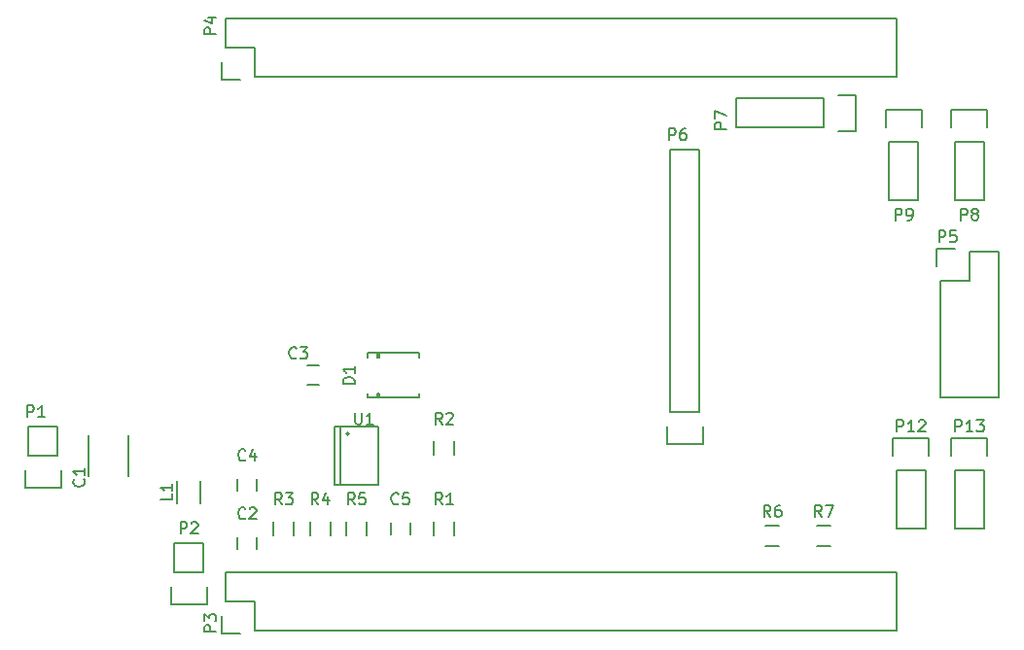
<source format=gbr>
G04 #@! TF.FileFunction,Legend,Top*
%FSLAX46Y46*%
G04 Gerber Fmt 4.6, Leading zero omitted, Abs format (unit mm)*
G04 Created by KiCad (PCBNEW 4.0.3-1.fc24-product) date Mon Dec 12 17:16:37 2016*
%MOMM*%
%LPD*%
G01*
G04 APERTURE LIST*
%ADD10C,0.100000*%
%ADD11C,0.150000*%
G04 APERTURE END LIST*
D10*
D11*
X31295000Y-62335000D02*
X31295000Y-65935000D01*
X34745000Y-65935000D02*
X34745000Y-62335000D01*
X44235000Y-71255000D02*
X44235000Y-72255000D01*
X45935000Y-72255000D02*
X45935000Y-71255000D01*
X51300000Y-56300000D02*
X50300000Y-56300000D01*
X50300000Y-58000000D02*
X51300000Y-58000000D01*
X44235000Y-66175000D02*
X44235000Y-67175000D01*
X45935000Y-67175000D02*
X45935000Y-66175000D01*
X59270000Y-70985000D02*
X59270000Y-69985000D01*
X57570000Y-69985000D02*
X57570000Y-70985000D01*
X55535000Y-55200000D02*
X55535000Y-55600000D01*
X55535000Y-59100000D02*
X55535000Y-58700000D01*
X60035000Y-59100000D02*
X60035000Y-58700000D01*
X60035000Y-55200000D02*
X60035000Y-55600000D01*
X56435000Y-59100000D02*
X56435000Y-58700000D01*
X56435000Y-58700000D02*
X56585000Y-58700000D01*
X56585000Y-58700000D02*
X56585000Y-59100000D01*
X56435000Y-55200000D02*
X56435000Y-55600000D01*
X56435000Y-55600000D02*
X56585000Y-55600000D01*
X56585000Y-55600000D02*
X56585000Y-55200000D01*
X55535000Y-55200000D02*
X60035000Y-55200000D01*
X60035000Y-59100000D02*
X55535000Y-59100000D01*
X38980000Y-66310000D02*
X38980000Y-68310000D01*
X41030000Y-68310000D02*
X41030000Y-66310000D01*
X26035000Y-64135000D02*
X26035000Y-61595000D01*
X25755000Y-66955000D02*
X25755000Y-65405000D01*
X26035000Y-64135000D02*
X28575000Y-64135000D01*
X28855000Y-65405000D02*
X28855000Y-66955000D01*
X28855000Y-66955000D02*
X25755000Y-66955000D01*
X28575000Y-64135000D02*
X28575000Y-61595000D01*
X28575000Y-61595000D02*
X26035000Y-61595000D01*
X38735000Y-74295000D02*
X38735000Y-71755000D01*
X38455000Y-77115000D02*
X38455000Y-75565000D01*
X38735000Y-74295000D02*
X41275000Y-74295000D01*
X41555000Y-75565000D02*
X41555000Y-77115000D01*
X41555000Y-77115000D02*
X38455000Y-77115000D01*
X41275000Y-74295000D02*
X41275000Y-71755000D01*
X41275000Y-71755000D02*
X38735000Y-71755000D01*
X101600000Y-74295000D02*
X43180000Y-74295000D01*
X101600000Y-79375000D02*
X45720000Y-79375000D01*
X101600000Y-74295000D02*
X101600000Y-79375000D01*
X43180000Y-74295000D02*
X43180000Y-76835000D01*
X42900000Y-78105000D02*
X42900000Y-79655000D01*
X43180000Y-76835000D02*
X45720000Y-76835000D01*
X45720000Y-76835000D02*
X45720000Y-79375000D01*
X42900000Y-79655000D02*
X44450000Y-79655000D01*
X101600000Y-26035000D02*
X43180000Y-26035000D01*
X101600000Y-31115000D02*
X45720000Y-31115000D01*
X101600000Y-26035000D02*
X101600000Y-31115000D01*
X43180000Y-26035000D02*
X43180000Y-28575000D01*
X42900000Y-29845000D02*
X42900000Y-31395000D01*
X43180000Y-28575000D02*
X45720000Y-28575000D01*
X45720000Y-28575000D02*
X45720000Y-31115000D01*
X42900000Y-31395000D02*
X44450000Y-31395000D01*
X110490000Y-46355000D02*
X110490000Y-59055000D01*
X110490000Y-59055000D02*
X105410000Y-59055000D01*
X105410000Y-59055000D02*
X105410000Y-48895000D01*
X110490000Y-46355000D02*
X107950000Y-46355000D01*
X106680000Y-46075000D02*
X105130000Y-46075000D01*
X107950000Y-46355000D02*
X107950000Y-48895000D01*
X107950000Y-48895000D02*
X105410000Y-48895000D01*
X105130000Y-46075000D02*
X105130000Y-47625000D01*
X95250000Y-33020000D02*
X87630000Y-33020000D01*
X95250000Y-35560000D02*
X87630000Y-35560000D01*
X98070000Y-35840000D02*
X96520000Y-35840000D01*
X87630000Y-33020000D02*
X87630000Y-35560000D01*
X95250000Y-35560000D02*
X95250000Y-33020000D01*
X96520000Y-32740000D02*
X98070000Y-32740000D01*
X98070000Y-32740000D02*
X98070000Y-35840000D01*
X106680000Y-36830000D02*
X106680000Y-41910000D01*
X106680000Y-41910000D02*
X109220000Y-41910000D01*
X109220000Y-41910000D02*
X109220000Y-36830000D01*
X109500000Y-34010000D02*
X109500000Y-35560000D01*
X109220000Y-36830000D02*
X106680000Y-36830000D01*
X106400000Y-35560000D02*
X106400000Y-34010000D01*
X106400000Y-34010000D02*
X109500000Y-34010000D01*
X100965000Y-36830000D02*
X100965000Y-41910000D01*
X100965000Y-41910000D02*
X103505000Y-41910000D01*
X103505000Y-41910000D02*
X103505000Y-36830000D01*
X103785000Y-34010000D02*
X103785000Y-35560000D01*
X103505000Y-36830000D02*
X100965000Y-36830000D01*
X100685000Y-35560000D02*
X100685000Y-34010000D01*
X100685000Y-34010000D02*
X103785000Y-34010000D01*
X101600000Y-65405000D02*
X101600000Y-70485000D01*
X101600000Y-70485000D02*
X104140000Y-70485000D01*
X104140000Y-70485000D02*
X104140000Y-65405000D01*
X104420000Y-62585000D02*
X104420000Y-64135000D01*
X104140000Y-65405000D02*
X101600000Y-65405000D01*
X101320000Y-64135000D02*
X101320000Y-62585000D01*
X101320000Y-62585000D02*
X104420000Y-62585000D01*
X106680000Y-65405000D02*
X106680000Y-70485000D01*
X106680000Y-70485000D02*
X109220000Y-70485000D01*
X109220000Y-70485000D02*
X109220000Y-65405000D01*
X109500000Y-62585000D02*
X109500000Y-64135000D01*
X109220000Y-65405000D02*
X106680000Y-65405000D01*
X106400000Y-64135000D02*
X106400000Y-62585000D01*
X106400000Y-62585000D02*
X109500000Y-62585000D01*
X63105000Y-69885000D02*
X63105000Y-71085000D01*
X61355000Y-71085000D02*
X61355000Y-69885000D01*
X63105000Y-62900000D02*
X63105000Y-64100000D01*
X61355000Y-64100000D02*
X61355000Y-62900000D01*
X47385000Y-71085000D02*
X47385000Y-69885000D01*
X49135000Y-69885000D02*
X49135000Y-71085000D01*
X50560000Y-71085000D02*
X50560000Y-69885000D01*
X52310000Y-69885000D02*
X52310000Y-71085000D01*
X53735000Y-71085000D02*
X53735000Y-69885000D01*
X55485000Y-69885000D02*
X55485000Y-71085000D01*
X53975000Y-62230000D02*
G75*
G03X53975000Y-62230000I-127000J0D01*
G01*
X53213000Y-61595000D02*
X53213000Y-66675000D01*
X56515000Y-61595000D02*
X56515000Y-66675000D01*
X52705000Y-61595000D02*
X52705000Y-66675000D01*
X52705000Y-61595000D02*
X56515000Y-61595000D01*
X52705000Y-66675000D02*
X56515000Y-66675000D01*
X91405000Y-71995000D02*
X90205000Y-71995000D01*
X90205000Y-70245000D02*
X91405000Y-70245000D01*
X95850000Y-71995000D02*
X94650000Y-71995000D01*
X94650000Y-70245000D02*
X95850000Y-70245000D01*
X81915000Y-60325000D02*
X81915000Y-37465000D01*
X81915000Y-37465000D02*
X84455000Y-37465000D01*
X84455000Y-37465000D02*
X84455000Y-60325000D01*
X81635000Y-63145000D02*
X81635000Y-61595000D01*
X81915000Y-60325000D02*
X84455000Y-60325000D01*
X84735000Y-61595000D02*
X84735000Y-63145000D01*
X84735000Y-63145000D02*
X81635000Y-63145000D01*
X30837143Y-66206666D02*
X30884762Y-66254285D01*
X30932381Y-66397142D01*
X30932381Y-66492380D01*
X30884762Y-66635238D01*
X30789524Y-66730476D01*
X30694286Y-66778095D01*
X30503810Y-66825714D01*
X30360952Y-66825714D01*
X30170476Y-66778095D01*
X30075238Y-66730476D01*
X29980000Y-66635238D01*
X29932381Y-66492380D01*
X29932381Y-66397142D01*
X29980000Y-66254285D01*
X30027619Y-66206666D01*
X30932381Y-65254285D02*
X30932381Y-65825714D01*
X30932381Y-65540000D02*
X29932381Y-65540000D01*
X30075238Y-65635238D01*
X30170476Y-65730476D01*
X30218095Y-65825714D01*
X44918334Y-69572143D02*
X44870715Y-69619762D01*
X44727858Y-69667381D01*
X44632620Y-69667381D01*
X44489762Y-69619762D01*
X44394524Y-69524524D01*
X44346905Y-69429286D01*
X44299286Y-69238810D01*
X44299286Y-69095952D01*
X44346905Y-68905476D01*
X44394524Y-68810238D01*
X44489762Y-68715000D01*
X44632620Y-68667381D01*
X44727858Y-68667381D01*
X44870715Y-68715000D01*
X44918334Y-68762619D01*
X45299286Y-68762619D02*
X45346905Y-68715000D01*
X45442143Y-68667381D01*
X45680239Y-68667381D01*
X45775477Y-68715000D01*
X45823096Y-68762619D01*
X45870715Y-68857857D01*
X45870715Y-68953095D01*
X45823096Y-69095952D01*
X45251667Y-69667381D01*
X45870715Y-69667381D01*
X49363334Y-55602143D02*
X49315715Y-55649762D01*
X49172858Y-55697381D01*
X49077620Y-55697381D01*
X48934762Y-55649762D01*
X48839524Y-55554524D01*
X48791905Y-55459286D01*
X48744286Y-55268810D01*
X48744286Y-55125952D01*
X48791905Y-54935476D01*
X48839524Y-54840238D01*
X48934762Y-54745000D01*
X49077620Y-54697381D01*
X49172858Y-54697381D01*
X49315715Y-54745000D01*
X49363334Y-54792619D01*
X49696667Y-54697381D02*
X50315715Y-54697381D01*
X49982381Y-55078333D01*
X50125239Y-55078333D01*
X50220477Y-55125952D01*
X50268096Y-55173571D01*
X50315715Y-55268810D01*
X50315715Y-55506905D01*
X50268096Y-55602143D01*
X50220477Y-55649762D01*
X50125239Y-55697381D01*
X49839524Y-55697381D01*
X49744286Y-55649762D01*
X49696667Y-55602143D01*
X44918334Y-64492143D02*
X44870715Y-64539762D01*
X44727858Y-64587381D01*
X44632620Y-64587381D01*
X44489762Y-64539762D01*
X44394524Y-64444524D01*
X44346905Y-64349286D01*
X44299286Y-64158810D01*
X44299286Y-64015952D01*
X44346905Y-63825476D01*
X44394524Y-63730238D01*
X44489762Y-63635000D01*
X44632620Y-63587381D01*
X44727858Y-63587381D01*
X44870715Y-63635000D01*
X44918334Y-63682619D01*
X45775477Y-63920714D02*
X45775477Y-64587381D01*
X45537381Y-63539762D02*
X45299286Y-64254048D01*
X45918334Y-64254048D01*
X58253334Y-68302143D02*
X58205715Y-68349762D01*
X58062858Y-68397381D01*
X57967620Y-68397381D01*
X57824762Y-68349762D01*
X57729524Y-68254524D01*
X57681905Y-68159286D01*
X57634286Y-67968810D01*
X57634286Y-67825952D01*
X57681905Y-67635476D01*
X57729524Y-67540238D01*
X57824762Y-67445000D01*
X57967620Y-67397381D01*
X58062858Y-67397381D01*
X58205715Y-67445000D01*
X58253334Y-67492619D01*
X59158096Y-67397381D02*
X58681905Y-67397381D01*
X58634286Y-67873571D01*
X58681905Y-67825952D01*
X58777143Y-67778333D01*
X59015239Y-67778333D01*
X59110477Y-67825952D01*
X59158096Y-67873571D01*
X59205715Y-67968810D01*
X59205715Y-68206905D01*
X59158096Y-68302143D01*
X59110477Y-68349762D01*
X59015239Y-68397381D01*
X58777143Y-68397381D01*
X58681905Y-68349762D01*
X58634286Y-68302143D01*
X54427381Y-57888095D02*
X53427381Y-57888095D01*
X53427381Y-57650000D01*
X53475000Y-57507142D01*
X53570238Y-57411904D01*
X53665476Y-57364285D01*
X53855952Y-57316666D01*
X53998810Y-57316666D01*
X54189286Y-57364285D01*
X54284524Y-57411904D01*
X54379762Y-57507142D01*
X54427381Y-57650000D01*
X54427381Y-57888095D01*
X54427381Y-56364285D02*
X54427381Y-56935714D01*
X54427381Y-56650000D02*
X53427381Y-56650000D01*
X53570238Y-56745238D01*
X53665476Y-56840476D01*
X53713095Y-56935714D01*
X38552381Y-67476666D02*
X38552381Y-67952857D01*
X37552381Y-67952857D01*
X38552381Y-66619523D02*
X38552381Y-67190952D01*
X38552381Y-66905238D02*
X37552381Y-66905238D01*
X37695238Y-67000476D01*
X37790476Y-67095714D01*
X37838095Y-67190952D01*
X25931905Y-60777381D02*
X25931905Y-59777381D01*
X26312858Y-59777381D01*
X26408096Y-59825000D01*
X26455715Y-59872619D01*
X26503334Y-59967857D01*
X26503334Y-60110714D01*
X26455715Y-60205952D01*
X26408096Y-60253571D01*
X26312858Y-60301190D01*
X25931905Y-60301190D01*
X27455715Y-60777381D02*
X26884286Y-60777381D01*
X27170000Y-60777381D02*
X27170000Y-59777381D01*
X27074762Y-59920238D01*
X26979524Y-60015476D01*
X26884286Y-60063095D01*
X39266905Y-70937381D02*
X39266905Y-69937381D01*
X39647858Y-69937381D01*
X39743096Y-69985000D01*
X39790715Y-70032619D01*
X39838334Y-70127857D01*
X39838334Y-70270714D01*
X39790715Y-70365952D01*
X39743096Y-70413571D01*
X39647858Y-70461190D01*
X39266905Y-70461190D01*
X40219286Y-70032619D02*
X40266905Y-69985000D01*
X40362143Y-69937381D01*
X40600239Y-69937381D01*
X40695477Y-69985000D01*
X40743096Y-70032619D01*
X40790715Y-70127857D01*
X40790715Y-70223095D01*
X40743096Y-70365952D01*
X40171667Y-70937381D01*
X40790715Y-70937381D01*
X42362381Y-79478095D02*
X41362381Y-79478095D01*
X41362381Y-79097142D01*
X41410000Y-79001904D01*
X41457619Y-78954285D01*
X41552857Y-78906666D01*
X41695714Y-78906666D01*
X41790952Y-78954285D01*
X41838571Y-79001904D01*
X41886190Y-79097142D01*
X41886190Y-79478095D01*
X41362381Y-78573333D02*
X41362381Y-77954285D01*
X41743333Y-78287619D01*
X41743333Y-78144761D01*
X41790952Y-78049523D01*
X41838571Y-78001904D01*
X41933810Y-77954285D01*
X42171905Y-77954285D01*
X42267143Y-78001904D01*
X42314762Y-78049523D01*
X42362381Y-78144761D01*
X42362381Y-78430476D01*
X42314762Y-78525714D01*
X42267143Y-78573333D01*
X42362381Y-27408095D02*
X41362381Y-27408095D01*
X41362381Y-27027142D01*
X41410000Y-26931904D01*
X41457619Y-26884285D01*
X41552857Y-26836666D01*
X41695714Y-26836666D01*
X41790952Y-26884285D01*
X41838571Y-26931904D01*
X41886190Y-27027142D01*
X41886190Y-27408095D01*
X41695714Y-25979523D02*
X42362381Y-25979523D01*
X41314762Y-26217619D02*
X42029048Y-26455714D01*
X42029048Y-25836666D01*
X105306905Y-45537381D02*
X105306905Y-44537381D01*
X105687858Y-44537381D01*
X105783096Y-44585000D01*
X105830715Y-44632619D01*
X105878334Y-44727857D01*
X105878334Y-44870714D01*
X105830715Y-44965952D01*
X105783096Y-45013571D01*
X105687858Y-45061190D01*
X105306905Y-45061190D01*
X106783096Y-44537381D02*
X106306905Y-44537381D01*
X106259286Y-45013571D01*
X106306905Y-44965952D01*
X106402143Y-44918333D01*
X106640239Y-44918333D01*
X106735477Y-44965952D01*
X106783096Y-45013571D01*
X106830715Y-45108810D01*
X106830715Y-45346905D01*
X106783096Y-45442143D01*
X106735477Y-45489762D01*
X106640239Y-45537381D01*
X106402143Y-45537381D01*
X106306905Y-45489762D01*
X106259286Y-45442143D01*
X86812381Y-35663095D02*
X85812381Y-35663095D01*
X85812381Y-35282142D01*
X85860000Y-35186904D01*
X85907619Y-35139285D01*
X86002857Y-35091666D01*
X86145714Y-35091666D01*
X86240952Y-35139285D01*
X86288571Y-35186904D01*
X86336190Y-35282142D01*
X86336190Y-35663095D01*
X85812381Y-34758333D02*
X85812381Y-34091666D01*
X86812381Y-34520238D01*
X107211905Y-43632381D02*
X107211905Y-42632381D01*
X107592858Y-42632381D01*
X107688096Y-42680000D01*
X107735715Y-42727619D01*
X107783334Y-42822857D01*
X107783334Y-42965714D01*
X107735715Y-43060952D01*
X107688096Y-43108571D01*
X107592858Y-43156190D01*
X107211905Y-43156190D01*
X108354762Y-43060952D02*
X108259524Y-43013333D01*
X108211905Y-42965714D01*
X108164286Y-42870476D01*
X108164286Y-42822857D01*
X108211905Y-42727619D01*
X108259524Y-42680000D01*
X108354762Y-42632381D01*
X108545239Y-42632381D01*
X108640477Y-42680000D01*
X108688096Y-42727619D01*
X108735715Y-42822857D01*
X108735715Y-42870476D01*
X108688096Y-42965714D01*
X108640477Y-43013333D01*
X108545239Y-43060952D01*
X108354762Y-43060952D01*
X108259524Y-43108571D01*
X108211905Y-43156190D01*
X108164286Y-43251429D01*
X108164286Y-43441905D01*
X108211905Y-43537143D01*
X108259524Y-43584762D01*
X108354762Y-43632381D01*
X108545239Y-43632381D01*
X108640477Y-43584762D01*
X108688096Y-43537143D01*
X108735715Y-43441905D01*
X108735715Y-43251429D01*
X108688096Y-43156190D01*
X108640477Y-43108571D01*
X108545239Y-43060952D01*
X101496905Y-43632381D02*
X101496905Y-42632381D01*
X101877858Y-42632381D01*
X101973096Y-42680000D01*
X102020715Y-42727619D01*
X102068334Y-42822857D01*
X102068334Y-42965714D01*
X102020715Y-43060952D01*
X101973096Y-43108571D01*
X101877858Y-43156190D01*
X101496905Y-43156190D01*
X102544524Y-43632381D02*
X102735000Y-43632381D01*
X102830239Y-43584762D01*
X102877858Y-43537143D01*
X102973096Y-43394286D01*
X103020715Y-43203810D01*
X103020715Y-42822857D01*
X102973096Y-42727619D01*
X102925477Y-42680000D01*
X102830239Y-42632381D01*
X102639762Y-42632381D01*
X102544524Y-42680000D01*
X102496905Y-42727619D01*
X102449286Y-42822857D01*
X102449286Y-43060952D01*
X102496905Y-43156190D01*
X102544524Y-43203810D01*
X102639762Y-43251429D01*
X102830239Y-43251429D01*
X102925477Y-43203810D01*
X102973096Y-43156190D01*
X103020715Y-43060952D01*
X101655714Y-62047381D02*
X101655714Y-61047381D01*
X102036667Y-61047381D01*
X102131905Y-61095000D01*
X102179524Y-61142619D01*
X102227143Y-61237857D01*
X102227143Y-61380714D01*
X102179524Y-61475952D01*
X102131905Y-61523571D01*
X102036667Y-61571190D01*
X101655714Y-61571190D01*
X103179524Y-62047381D02*
X102608095Y-62047381D01*
X102893809Y-62047381D02*
X102893809Y-61047381D01*
X102798571Y-61190238D01*
X102703333Y-61285476D01*
X102608095Y-61333095D01*
X103560476Y-61142619D02*
X103608095Y-61095000D01*
X103703333Y-61047381D01*
X103941429Y-61047381D01*
X104036667Y-61095000D01*
X104084286Y-61142619D01*
X104131905Y-61237857D01*
X104131905Y-61333095D01*
X104084286Y-61475952D01*
X103512857Y-62047381D01*
X104131905Y-62047381D01*
X106735714Y-62047381D02*
X106735714Y-61047381D01*
X107116667Y-61047381D01*
X107211905Y-61095000D01*
X107259524Y-61142619D01*
X107307143Y-61237857D01*
X107307143Y-61380714D01*
X107259524Y-61475952D01*
X107211905Y-61523571D01*
X107116667Y-61571190D01*
X106735714Y-61571190D01*
X108259524Y-62047381D02*
X107688095Y-62047381D01*
X107973809Y-62047381D02*
X107973809Y-61047381D01*
X107878571Y-61190238D01*
X107783333Y-61285476D01*
X107688095Y-61333095D01*
X108592857Y-61047381D02*
X109211905Y-61047381D01*
X108878571Y-61428333D01*
X109021429Y-61428333D01*
X109116667Y-61475952D01*
X109164286Y-61523571D01*
X109211905Y-61618810D01*
X109211905Y-61856905D01*
X109164286Y-61952143D01*
X109116667Y-61999762D01*
X109021429Y-62047381D01*
X108735714Y-62047381D01*
X108640476Y-61999762D01*
X108592857Y-61952143D01*
X62063334Y-68397381D02*
X61730000Y-67921190D01*
X61491905Y-68397381D02*
X61491905Y-67397381D01*
X61872858Y-67397381D01*
X61968096Y-67445000D01*
X62015715Y-67492619D01*
X62063334Y-67587857D01*
X62063334Y-67730714D01*
X62015715Y-67825952D01*
X61968096Y-67873571D01*
X61872858Y-67921190D01*
X61491905Y-67921190D01*
X63015715Y-68397381D02*
X62444286Y-68397381D01*
X62730000Y-68397381D02*
X62730000Y-67397381D01*
X62634762Y-67540238D01*
X62539524Y-67635476D01*
X62444286Y-67683095D01*
X62063334Y-61412381D02*
X61730000Y-60936190D01*
X61491905Y-61412381D02*
X61491905Y-60412381D01*
X61872858Y-60412381D01*
X61968096Y-60460000D01*
X62015715Y-60507619D01*
X62063334Y-60602857D01*
X62063334Y-60745714D01*
X62015715Y-60840952D01*
X61968096Y-60888571D01*
X61872858Y-60936190D01*
X61491905Y-60936190D01*
X62444286Y-60507619D02*
X62491905Y-60460000D01*
X62587143Y-60412381D01*
X62825239Y-60412381D01*
X62920477Y-60460000D01*
X62968096Y-60507619D01*
X63015715Y-60602857D01*
X63015715Y-60698095D01*
X62968096Y-60840952D01*
X62396667Y-61412381D01*
X63015715Y-61412381D01*
X48093334Y-68397381D02*
X47760000Y-67921190D01*
X47521905Y-68397381D02*
X47521905Y-67397381D01*
X47902858Y-67397381D01*
X47998096Y-67445000D01*
X48045715Y-67492619D01*
X48093334Y-67587857D01*
X48093334Y-67730714D01*
X48045715Y-67825952D01*
X47998096Y-67873571D01*
X47902858Y-67921190D01*
X47521905Y-67921190D01*
X48426667Y-67397381D02*
X49045715Y-67397381D01*
X48712381Y-67778333D01*
X48855239Y-67778333D01*
X48950477Y-67825952D01*
X48998096Y-67873571D01*
X49045715Y-67968810D01*
X49045715Y-68206905D01*
X48998096Y-68302143D01*
X48950477Y-68349762D01*
X48855239Y-68397381D01*
X48569524Y-68397381D01*
X48474286Y-68349762D01*
X48426667Y-68302143D01*
X51268334Y-68397381D02*
X50935000Y-67921190D01*
X50696905Y-68397381D02*
X50696905Y-67397381D01*
X51077858Y-67397381D01*
X51173096Y-67445000D01*
X51220715Y-67492619D01*
X51268334Y-67587857D01*
X51268334Y-67730714D01*
X51220715Y-67825952D01*
X51173096Y-67873571D01*
X51077858Y-67921190D01*
X50696905Y-67921190D01*
X52125477Y-67730714D02*
X52125477Y-68397381D01*
X51887381Y-67349762D02*
X51649286Y-68064048D01*
X52268334Y-68064048D01*
X54443334Y-68397381D02*
X54110000Y-67921190D01*
X53871905Y-68397381D02*
X53871905Y-67397381D01*
X54252858Y-67397381D01*
X54348096Y-67445000D01*
X54395715Y-67492619D01*
X54443334Y-67587857D01*
X54443334Y-67730714D01*
X54395715Y-67825952D01*
X54348096Y-67873571D01*
X54252858Y-67921190D01*
X53871905Y-67921190D01*
X55348096Y-67397381D02*
X54871905Y-67397381D01*
X54824286Y-67873571D01*
X54871905Y-67825952D01*
X54967143Y-67778333D01*
X55205239Y-67778333D01*
X55300477Y-67825952D01*
X55348096Y-67873571D01*
X55395715Y-67968810D01*
X55395715Y-68206905D01*
X55348096Y-68302143D01*
X55300477Y-68349762D01*
X55205239Y-68397381D01*
X54967143Y-68397381D01*
X54871905Y-68349762D01*
X54824286Y-68302143D01*
X54483095Y-60412381D02*
X54483095Y-61221905D01*
X54530714Y-61317143D01*
X54578333Y-61364762D01*
X54673571Y-61412381D01*
X54864048Y-61412381D01*
X54959286Y-61364762D01*
X55006905Y-61317143D01*
X55054524Y-61221905D01*
X55054524Y-60412381D01*
X56054524Y-61412381D02*
X55483095Y-61412381D01*
X55768809Y-61412381D02*
X55768809Y-60412381D01*
X55673571Y-60555238D01*
X55578333Y-60650476D01*
X55483095Y-60698095D01*
X90638334Y-69472381D02*
X90305000Y-68996190D01*
X90066905Y-69472381D02*
X90066905Y-68472381D01*
X90447858Y-68472381D01*
X90543096Y-68520000D01*
X90590715Y-68567619D01*
X90638334Y-68662857D01*
X90638334Y-68805714D01*
X90590715Y-68900952D01*
X90543096Y-68948571D01*
X90447858Y-68996190D01*
X90066905Y-68996190D01*
X91495477Y-68472381D02*
X91305000Y-68472381D01*
X91209762Y-68520000D01*
X91162143Y-68567619D01*
X91066905Y-68710476D01*
X91019286Y-68900952D01*
X91019286Y-69281905D01*
X91066905Y-69377143D01*
X91114524Y-69424762D01*
X91209762Y-69472381D01*
X91400239Y-69472381D01*
X91495477Y-69424762D01*
X91543096Y-69377143D01*
X91590715Y-69281905D01*
X91590715Y-69043810D01*
X91543096Y-68948571D01*
X91495477Y-68900952D01*
X91400239Y-68853333D01*
X91209762Y-68853333D01*
X91114524Y-68900952D01*
X91066905Y-68948571D01*
X91019286Y-69043810D01*
X95083334Y-69472381D02*
X94750000Y-68996190D01*
X94511905Y-69472381D02*
X94511905Y-68472381D01*
X94892858Y-68472381D01*
X94988096Y-68520000D01*
X95035715Y-68567619D01*
X95083334Y-68662857D01*
X95083334Y-68805714D01*
X95035715Y-68900952D01*
X94988096Y-68948571D01*
X94892858Y-68996190D01*
X94511905Y-68996190D01*
X95416667Y-68472381D02*
X96083334Y-68472381D01*
X95654762Y-69472381D01*
X81811905Y-36647381D02*
X81811905Y-35647381D01*
X82192858Y-35647381D01*
X82288096Y-35695000D01*
X82335715Y-35742619D01*
X82383334Y-35837857D01*
X82383334Y-35980714D01*
X82335715Y-36075952D01*
X82288096Y-36123571D01*
X82192858Y-36171190D01*
X81811905Y-36171190D01*
X83240477Y-35647381D02*
X83050000Y-35647381D01*
X82954762Y-35695000D01*
X82907143Y-35742619D01*
X82811905Y-35885476D01*
X82764286Y-36075952D01*
X82764286Y-36456905D01*
X82811905Y-36552143D01*
X82859524Y-36599762D01*
X82954762Y-36647381D01*
X83145239Y-36647381D01*
X83240477Y-36599762D01*
X83288096Y-36552143D01*
X83335715Y-36456905D01*
X83335715Y-36218810D01*
X83288096Y-36123571D01*
X83240477Y-36075952D01*
X83145239Y-36028333D01*
X82954762Y-36028333D01*
X82859524Y-36075952D01*
X82811905Y-36123571D01*
X82764286Y-36218810D01*
M02*

</source>
